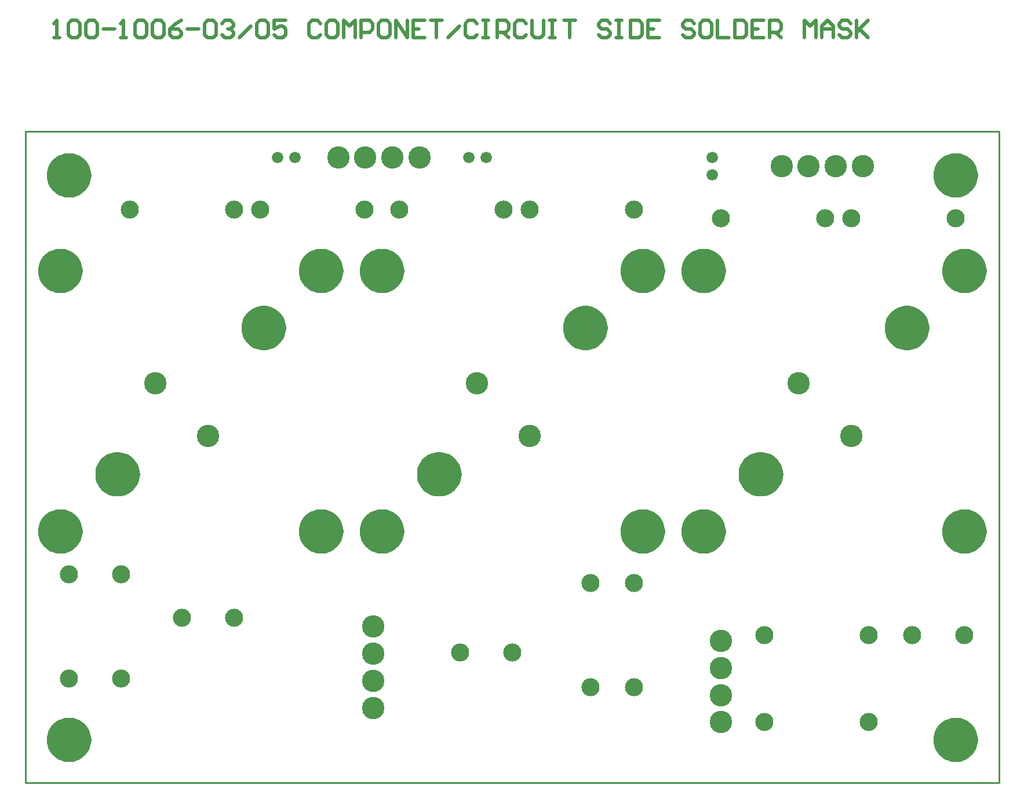
<source format=gbs>
*%FSLAX23Y23*%
*%MOIN*%
G01*
%ADD11C,0.006*%
%ADD12C,0.007*%
%ADD13C,0.010*%
%ADD14C,0.012*%
%ADD15C,0.020*%
%ADD16C,0.036*%
%ADD17C,0.055*%
%ADD18C,0.056*%
%ADD19C,0.062*%
%ADD20C,0.066*%
%ADD21C,0.070*%
%ADD22C,0.075*%
%ADD23C,0.090*%
%ADD24C,0.100*%
%ADD25C,0.100*%
%ADD26C,0.104*%
%ADD27C,0.125*%
%ADD28C,0.129*%
%ADD29C,0.140*%
%ADD30C,0.160*%
%ADD31C,0.250*%
%ADD32C,0.250*%
D13*
X6828Y5929D02*
X12428D01*
Y9679D01*
X6828D01*
Y5929D01*
D15*
X6993Y10219D02*
X7026D01*
X7010D01*
Y10319D01*
X7011D01*
X7010D02*
X6993Y10302D01*
X7076D02*
X7093Y10319D01*
X7126D01*
X7143Y10302D01*
Y10236D01*
X7126Y10219D01*
X7093D01*
X7076Y10236D01*
Y10302D01*
X7176D02*
X7193Y10319D01*
X7226D01*
X7243Y10302D01*
Y10236D01*
X7226Y10219D01*
X7193D01*
X7176Y10236D01*
Y10302D01*
X7276Y10269D02*
X7343D01*
X7376Y10219D02*
X7410D01*
X7393D01*
Y10319D01*
X7394D01*
X7393D02*
X7376Y10302D01*
X7460D02*
X7476Y10319D01*
X7510D01*
X7526Y10302D01*
Y10236D01*
X7510Y10219D01*
X7476D01*
X7460Y10236D01*
Y10302D01*
X7559D02*
X7576Y10319D01*
X7609D01*
X7626Y10302D01*
Y10236D01*
X7609Y10219D01*
X7576D01*
X7559Y10236D01*
Y10302D01*
X7693D02*
X7726Y10319D01*
X7693Y10302D02*
X7659Y10269D01*
Y10236D01*
X7676Y10219D01*
X7709D01*
X7726Y10236D01*
Y10252D01*
X7709Y10269D01*
X7659D01*
X7759D02*
X7826D01*
X7859Y10302D02*
X7876Y10319D01*
X7909D01*
X7926Y10302D01*
Y10236D01*
X7909Y10219D01*
X7876D01*
X7859Y10236D01*
Y10302D01*
X7959D02*
X7976Y10319D01*
X8009D01*
X8026Y10302D01*
Y10286D01*
X8027D01*
X8026D02*
X8027D01*
X8026D02*
X8027D01*
X8026D02*
X8009Y10269D01*
X7993D01*
X8009D01*
X8026Y10252D01*
Y10236D01*
X8009Y10219D01*
X7976D01*
X7959Y10236D01*
X8059Y10219D02*
X8126Y10286D01*
X8159Y10302D02*
X8176Y10319D01*
X8209D01*
X8226Y10302D01*
Y10236D01*
X8209Y10219D01*
X8176D01*
X8159Y10236D01*
Y10302D01*
X8259Y10319D02*
X8326D01*
X8259D02*
Y10269D01*
X8293Y10286D01*
X8309D01*
X8326Y10269D01*
Y10236D01*
X8309Y10219D01*
X8276D01*
X8259Y10236D01*
X8509Y10319D02*
X8526Y10302D01*
X8509Y10319D02*
X8476D01*
X8459Y10302D01*
Y10236D01*
X8476Y10219D01*
X8509D01*
X8526Y10236D01*
X8576Y10319D02*
X8609D01*
X8576D02*
X8559Y10302D01*
Y10236D01*
X8576Y10219D01*
X8609D01*
X8626Y10236D01*
Y10302D01*
X8609Y10319D01*
X8659D02*
Y10219D01*
X8692Y10286D02*
X8659Y10319D01*
X8692Y10286D02*
X8726Y10319D01*
Y10219D01*
X8759D02*
Y10319D01*
X8809D01*
X8826Y10302D01*
Y10269D01*
X8809Y10252D01*
X8759D01*
X8876Y10319D02*
X8909D01*
X8876D02*
X8859Y10302D01*
Y10236D01*
X8876Y10219D01*
X8909D01*
X8926Y10236D01*
Y10302D01*
X8909Y10319D01*
X8959D02*
Y10219D01*
X9026D02*
X8959Y10319D01*
X9026D02*
Y10219D01*
X9059Y10319D02*
X9126D01*
X9059D02*
Y10219D01*
X9126D01*
X9092Y10269D02*
X9059D01*
X9159Y10319D02*
X9226D01*
X9192D01*
Y10219D01*
X9259D02*
X9326Y10286D01*
X9409Y10319D02*
X9426Y10302D01*
X9409Y10319D02*
X9376D01*
X9359Y10302D01*
Y10236D01*
X9376Y10219D01*
X9409D01*
X9426Y10236D01*
X9459Y10319D02*
X9492D01*
X9476D01*
Y10219D01*
X9459D01*
X9492D01*
X9542D02*
Y10319D01*
X9592D01*
X9609Y10302D01*
Y10269D01*
X9592Y10252D01*
X9542D01*
X9575D02*
X9609Y10219D01*
X9709Y10302D02*
X9692Y10319D01*
X9659D01*
X9642Y10302D01*
Y10236D01*
X9659Y10219D01*
X9692D01*
X9709Y10236D01*
X9742D02*
Y10319D01*
Y10236D02*
X9759Y10219D01*
X9792D01*
X9809Y10236D01*
Y10319D01*
X9842D02*
X9875D01*
X9859D01*
Y10219D01*
X9842D01*
X9875D01*
X9925Y10319D02*
X9992D01*
X9959D01*
Y10219D01*
X10175Y10319D02*
X10192Y10302D01*
X10175Y10319D02*
X10142D01*
X10125Y10302D01*
Y10286D01*
X10142Y10269D01*
X10175D01*
X10192Y10252D01*
Y10236D01*
X10175Y10219D01*
X10142D01*
X10125Y10236D01*
X10225Y10319D02*
X10259D01*
X10242D01*
Y10219D01*
X10225D01*
X10259D01*
X10309D02*
Y10319D01*
Y10219D02*
X10359D01*
X10375Y10236D01*
Y10302D01*
X10359Y10319D01*
X10309D01*
X10409D02*
X10475D01*
X10409D02*
Y10219D01*
X10475D01*
X10442Y10269D02*
X10409D01*
X10658Y10319D02*
X10675Y10302D01*
X10658Y10319D02*
X10625D01*
X10608Y10302D01*
Y10286D01*
X10625Y10269D01*
X10658D01*
X10675Y10252D01*
Y10236D01*
X10658Y10219D01*
X10625D01*
X10608Y10236D01*
X10725Y10319D02*
X10758D01*
X10725D02*
X10708Y10302D01*
Y10236D01*
X10725Y10219D01*
X10758D01*
X10775Y10236D01*
Y10302D01*
X10758Y10319D01*
X10808D02*
Y10219D01*
X10875D01*
X10908D02*
Y10319D01*
Y10219D02*
X10958D01*
X10975Y10236D01*
Y10302D01*
X10958Y10319D01*
X10908D01*
X11008D02*
X11075D01*
X11008D02*
Y10219D01*
X11075D01*
X11042Y10269D02*
X11008D01*
X11108Y10219D02*
Y10319D01*
X11158D01*
X11175Y10302D01*
Y10269D01*
X11158Y10252D01*
X11108D01*
X11142D02*
X11175Y10219D01*
X11308D02*
Y10319D01*
X11342Y10286D01*
X11375Y10319D01*
Y10219D01*
X11408D02*
Y10286D01*
X11442Y10319D01*
X11475Y10286D01*
Y10219D01*
Y10269D01*
X11408D01*
X11558Y10319D02*
X11575Y10302D01*
X11558Y10319D02*
X11525D01*
X11508Y10302D01*
Y10286D01*
X11525Y10269D01*
X11558D01*
X11575Y10252D01*
Y10236D01*
X11558Y10219D01*
X11525D01*
X11508Y10236D01*
X11608Y10219D02*
Y10319D01*
Y10252D02*
Y10219D01*
Y10252D02*
X11675Y10319D01*
X11625Y10269D01*
X11675Y10219D01*
D20*
X8378Y9529D02*
D03*
X8278D02*
D03*
X9478D02*
D03*
X9378D02*
D03*
X10778D02*
D03*
Y9429D02*
D03*
D22*
X12088D02*
X12090D01*
X12088D02*
X12090Y9416D01*
X12092Y9403D01*
X12097Y9390D01*
X12104Y9379D01*
X12112Y9368D01*
X12122Y9359D01*
X12133Y9351D01*
X12145Y9346D01*
X12158Y9342D01*
X12171Y9340D01*
X12185D01*
X12198Y9342D01*
X12211Y9346D01*
X12223Y9351D01*
X12234Y9359D01*
X12244Y9368D01*
X12252Y9379D01*
X12259Y9390D01*
X12264Y9403D01*
X12266Y9416D01*
X12268Y9429D01*
X12268D01*
X12268D02*
X12266Y9442D01*
X12264Y9455D01*
X12259Y9468D01*
X12252Y9479D01*
X12244Y9490D01*
X12234Y9499D01*
X12223Y9507D01*
X12211Y9512D01*
X12198Y9516D01*
X12185Y9518D01*
X12171D01*
X12158Y9516D01*
X12145Y9512D01*
X12133Y9507D01*
X12122Y9499D01*
X12112Y9490D01*
X12104Y9479D01*
X12097Y9468D01*
X12092Y9455D01*
X12090Y9442D01*
X12088Y9429D01*
X12162D02*
X12162D01*
X12162D02*
X12162Y9423D01*
X12165Y9418D01*
X12170Y9415D01*
X12175Y9413D01*
X12181D01*
X12186Y9415D01*
X12191Y9418D01*
X12194Y9423D01*
X12194Y9429D01*
X12196D01*
X12194D02*
X12194Y9435D01*
X12191Y9440D01*
X12186Y9443D01*
X12181Y9445D01*
X12175D01*
X12170Y9443D01*
X12165Y9440D01*
X12162Y9435D01*
X12162Y9429D01*
X12088Y6179D02*
X12090D01*
X12088D02*
X12090Y6166D01*
X12092Y6153D01*
X12097Y6140D01*
X12104Y6129D01*
X12112Y6118D01*
X12122Y6109D01*
X12133Y6101D01*
X12145Y6096D01*
X12158Y6092D01*
X12171Y6090D01*
X12185D01*
X12198Y6092D01*
X12211Y6096D01*
X12223Y6101D01*
X12234Y6109D01*
X12244Y6118D01*
X12252Y6129D01*
X12259Y6140D01*
X12264Y6153D01*
X12266Y6166D01*
X12268Y6179D01*
X12268D01*
X12268D02*
X12266Y6192D01*
X12264Y6205D01*
X12259Y6218D01*
X12252Y6229D01*
X12244Y6240D01*
X12234Y6249D01*
X12223Y6257D01*
X12211Y6262D01*
X12198Y6266D01*
X12185Y6268D01*
X12171D01*
X12158Y6266D01*
X12145Y6262D01*
X12133Y6257D01*
X12122Y6249D01*
X12112Y6240D01*
X12104Y6229D01*
X12097Y6218D01*
X12092Y6205D01*
X12090Y6192D01*
X12088Y6179D01*
X12162D02*
X12162D01*
X12162D02*
X12162Y6173D01*
X12165Y6168D01*
X12170Y6165D01*
X12175Y6163D01*
X12181D01*
X12186Y6165D01*
X12191Y6168D01*
X12194Y6173D01*
X12194Y6179D01*
X12196D01*
X12194D02*
X12194Y6185D01*
X12191Y6190D01*
X12186Y6193D01*
X12181Y6195D01*
X12175D01*
X12170Y6193D01*
X12165Y6190D01*
X12162Y6185D01*
X12162Y6179D01*
X6988Y9429D02*
X6990D01*
X6988D02*
X6990Y9416D01*
X6992Y9403D01*
X6997Y9390D01*
X7004Y9379D01*
X7012Y9368D01*
X7022Y9359D01*
X7033Y9351D01*
X7045Y9346D01*
X7058Y9342D01*
X7071Y9340D01*
X7085D01*
X7098Y9342D01*
X7111Y9346D01*
X7123Y9351D01*
X7134Y9359D01*
X7144Y9368D01*
X7152Y9379D01*
X7159Y9390D01*
X7164Y9403D01*
X7166Y9416D01*
X7168Y9429D01*
X7168D01*
X7168D02*
X7166Y9442D01*
X7164Y9455D01*
X7159Y9468D01*
X7152Y9479D01*
X7144Y9490D01*
X7134Y9499D01*
X7123Y9507D01*
X7111Y9512D01*
X7098Y9516D01*
X7085Y9518D01*
X7071D01*
X7058Y9516D01*
X7045Y9512D01*
X7033Y9507D01*
X7022Y9499D01*
X7012Y9490D01*
X7004Y9479D01*
X6997Y9468D01*
X6992Y9455D01*
X6990Y9442D01*
X6988Y9429D01*
X7062D02*
X7062D01*
X7062D02*
X7062Y9423D01*
X7065Y9418D01*
X7070Y9415D01*
X7075Y9413D01*
X7081D01*
X7086Y9415D01*
X7091Y9418D01*
X7094Y9423D01*
X7094Y9429D01*
X7096D01*
X7094D02*
X7094Y9435D01*
X7091Y9440D01*
X7086Y9443D01*
X7081Y9445D01*
X7075D01*
X7070Y9443D01*
X7065Y9440D01*
X7062Y9435D01*
X7062Y9429D01*
X6988Y6179D02*
X6990D01*
X6988D02*
X6990Y6166D01*
X6992Y6153D01*
X6997Y6140D01*
X7004Y6129D01*
X7012Y6118D01*
X7022Y6109D01*
X7033Y6101D01*
X7045Y6096D01*
X7058Y6092D01*
X7071Y6090D01*
X7085D01*
X7098Y6092D01*
X7111Y6096D01*
X7123Y6101D01*
X7134Y6109D01*
X7144Y6118D01*
X7152Y6129D01*
X7159Y6140D01*
X7164Y6153D01*
X7166Y6166D01*
X7168Y6179D01*
X7168D01*
X7168D02*
X7166Y6192D01*
X7164Y6205D01*
X7159Y6218D01*
X7152Y6229D01*
X7144Y6240D01*
X7134Y6249D01*
X7123Y6257D01*
X7111Y6262D01*
X7098Y6266D01*
X7085Y6268D01*
X7071D01*
X7058Y6266D01*
X7045Y6262D01*
X7033Y6257D01*
X7022Y6249D01*
X7012Y6240D01*
X7004Y6229D01*
X6997Y6218D01*
X6992Y6205D01*
X6990Y6192D01*
X6988Y6179D01*
X7062D02*
X7062D01*
X7062D02*
X7062Y6173D01*
X7065Y6168D01*
X7070Y6165D01*
X7075Y6163D01*
X7081D01*
X7086Y6165D01*
X7091Y6168D01*
X7094Y6173D01*
X7094Y6179D01*
X7096D01*
X7094D02*
X7094Y6185D01*
X7091Y6190D01*
X7086Y6193D01*
X7081Y6195D01*
X7075D01*
X7070Y6193D01*
X7065Y6190D01*
X7062Y6185D01*
X7062Y6179D01*
X8438Y7379D02*
X8440D01*
X8438D02*
X8440Y7366D01*
X8442Y7353D01*
X8447Y7340D01*
X8454Y7329D01*
X8462Y7318D01*
X8472Y7309D01*
X8483Y7301D01*
X8495Y7296D01*
X8508Y7292D01*
X8521Y7290D01*
X8535D01*
X8548Y7292D01*
X8561Y7296D01*
X8573Y7301D01*
X8584Y7309D01*
X8594Y7318D01*
X8602Y7329D01*
X8609Y7340D01*
X8614Y7353D01*
X8616Y7366D01*
X8618Y7379D01*
X8618D01*
X8618D02*
X8616Y7392D01*
X8614Y7405D01*
X8609Y7418D01*
X8602Y7429D01*
X8594Y7440D01*
X8584Y7449D01*
X8573Y7457D01*
X8561Y7462D01*
X8548Y7466D01*
X8535Y7468D01*
X8521D01*
X8508Y7466D01*
X8495Y7462D01*
X8483Y7457D01*
X8472Y7449D01*
X8462Y7440D01*
X8454Y7429D01*
X8447Y7418D01*
X8442Y7405D01*
X8440Y7392D01*
X8438Y7379D01*
X8512D02*
X8512D01*
X8512D02*
X8512Y7373D01*
X8515Y7368D01*
X8520Y7365D01*
X8525Y7363D01*
X8531D01*
X8536Y7365D01*
X8541Y7368D01*
X8544Y7373D01*
X8544Y7379D01*
X8546D01*
X8544D02*
X8544Y7385D01*
X8541Y7390D01*
X8536Y7393D01*
X8531Y7395D01*
X8525D01*
X8520Y7393D01*
X8515Y7390D01*
X8512Y7385D01*
X8512Y7379D01*
X8438Y8879D02*
X8440D01*
X8438D02*
X8440Y8866D01*
X8442Y8853D01*
X8447Y8840D01*
X8454Y8829D01*
X8462Y8818D01*
X8472Y8809D01*
X8483Y8801D01*
X8495Y8796D01*
X8508Y8792D01*
X8521Y8790D01*
X8535D01*
X8548Y8792D01*
X8561Y8796D01*
X8573Y8801D01*
X8584Y8809D01*
X8594Y8818D01*
X8602Y8829D01*
X8609Y8840D01*
X8614Y8853D01*
X8616Y8866D01*
X8618Y8879D01*
X8618D01*
X8618D02*
X8616Y8892D01*
X8614Y8905D01*
X8609Y8918D01*
X8602Y8929D01*
X8594Y8940D01*
X8584Y8949D01*
X8573Y8957D01*
X8561Y8962D01*
X8548Y8966D01*
X8535Y8968D01*
X8521D01*
X8508Y8966D01*
X8495Y8962D01*
X8483Y8957D01*
X8472Y8949D01*
X8462Y8940D01*
X8454Y8929D01*
X8447Y8918D01*
X8442Y8905D01*
X8440Y8892D01*
X8438Y8879D01*
X8512D02*
X8512D01*
X8512D02*
X8512Y8873D01*
X8515Y8868D01*
X8520Y8865D01*
X8525Y8863D01*
X8531D01*
X8536Y8865D01*
X8541Y8868D01*
X8544Y8873D01*
X8544Y8879D01*
X8546D01*
X8544D02*
X8544Y8885D01*
X8541Y8890D01*
X8536Y8893D01*
X8531Y8895D01*
X8525D01*
X8520Y8893D01*
X8515Y8890D01*
X8512Y8885D01*
X8512Y8879D01*
X6938D02*
X6940D01*
X6938D02*
X6940Y8866D01*
X6942Y8853D01*
X6947Y8840D01*
X6954Y8829D01*
X6962Y8818D01*
X6972Y8809D01*
X6983Y8801D01*
X6995Y8796D01*
X7008Y8792D01*
X7021Y8790D01*
X7035D01*
X7048Y8792D01*
X7061Y8796D01*
X7073Y8801D01*
X7084Y8809D01*
X7094Y8818D01*
X7102Y8829D01*
X7109Y8840D01*
X7114Y8853D01*
X7116Y8866D01*
X7118Y8879D01*
X7118D01*
X7118D02*
X7116Y8892D01*
X7114Y8905D01*
X7109Y8918D01*
X7102Y8929D01*
X7094Y8940D01*
X7084Y8949D01*
X7073Y8957D01*
X7061Y8962D01*
X7048Y8966D01*
X7035Y8968D01*
X7021D01*
X7008Y8966D01*
X6995Y8962D01*
X6983Y8957D01*
X6972Y8949D01*
X6962Y8940D01*
X6954Y8929D01*
X6947Y8918D01*
X6942Y8905D01*
X6940Y8892D01*
X6938Y8879D01*
X7012D02*
X7012D01*
X7012D02*
X7012Y8873D01*
X7015Y8868D01*
X7020Y8865D01*
X7025Y8863D01*
X7031D01*
X7036Y8865D01*
X7041Y8868D01*
X7044Y8873D01*
X7044Y8879D01*
X7046D01*
X7044D02*
X7044Y8885D01*
X7041Y8890D01*
X7036Y8893D01*
X7031Y8895D01*
X7025D01*
X7020Y8893D01*
X7015Y8890D01*
X7012Y8885D01*
X7012Y8879D01*
X6938Y7379D02*
X6940D01*
X6938D02*
X6940Y7366D01*
X6942Y7353D01*
X6947Y7340D01*
X6954Y7329D01*
X6962Y7318D01*
X6972Y7309D01*
X6983Y7301D01*
X6995Y7296D01*
X7008Y7292D01*
X7021Y7290D01*
X7035D01*
X7048Y7292D01*
X7061Y7296D01*
X7073Y7301D01*
X7084Y7309D01*
X7094Y7318D01*
X7102Y7329D01*
X7109Y7340D01*
X7114Y7353D01*
X7116Y7366D01*
X7118Y7379D01*
X7118D01*
X7118D02*
X7116Y7392D01*
X7114Y7405D01*
X7109Y7418D01*
X7102Y7429D01*
X7094Y7440D01*
X7084Y7449D01*
X7073Y7457D01*
X7061Y7462D01*
X7048Y7466D01*
X7035Y7468D01*
X7021D01*
X7008Y7466D01*
X6995Y7462D01*
X6983Y7457D01*
X6972Y7449D01*
X6962Y7440D01*
X6954Y7429D01*
X6947Y7418D01*
X6942Y7405D01*
X6940Y7392D01*
X6938Y7379D01*
X7012D02*
X7012D01*
X7012D02*
X7012Y7373D01*
X7015Y7368D01*
X7020Y7365D01*
X7025Y7363D01*
X7031D01*
X7036Y7365D01*
X7041Y7368D01*
X7044Y7373D01*
X7044Y7379D01*
X7046D01*
X7044D02*
X7044Y7385D01*
X7041Y7390D01*
X7036Y7393D01*
X7031Y7395D01*
X7025D01*
X7020Y7393D01*
X7015Y7390D01*
X7012Y7385D01*
X7012Y7379D01*
X8108Y8550D02*
X8110D01*
X8108D02*
X8110Y8537D01*
X8112Y8524D01*
X8117Y8511D01*
X8124Y8500D01*
X8132Y8489D01*
X8142Y8480D01*
X8153Y8472D01*
X8165Y8467D01*
X8178Y8463D01*
X8191Y8461D01*
X8205D01*
X8218Y8463D01*
X8231Y8467D01*
X8243Y8472D01*
X8254Y8480D01*
X8264Y8489D01*
X8272Y8500D01*
X8279Y8511D01*
X8284Y8524D01*
X8286Y8537D01*
X8288Y8550D01*
X8288D01*
X8288D02*
X8286Y8563D01*
X8284Y8576D01*
X8279Y8589D01*
X8272Y8600D01*
X8264Y8611D01*
X8254Y8620D01*
X8243Y8628D01*
X8231Y8633D01*
X8218Y8637D01*
X8205Y8639D01*
X8191D01*
X8178Y8637D01*
X8165Y8633D01*
X8153Y8628D01*
X8142Y8620D01*
X8132Y8611D01*
X8124Y8600D01*
X8117Y8589D01*
X8112Y8576D01*
X8110Y8563D01*
X8108Y8550D01*
X8182D02*
X8182D01*
X8182D02*
X8182Y8544D01*
X8185Y8539D01*
X8190Y8536D01*
X8195Y8534D01*
X8201D01*
X8206Y8536D01*
X8211Y8539D01*
X8214Y8544D01*
X8214Y8550D01*
X8216D01*
X8214D02*
X8214Y8556D01*
X8211Y8561D01*
X8206Y8564D01*
X8201Y8566D01*
X8195D01*
X8190Y8564D01*
X8185Y8561D01*
X8182Y8556D01*
X8182Y8550D01*
X7268Y7708D02*
X7268D01*
X7268D02*
X7268Y7695D01*
X7271Y7682D01*
X7276Y7669D01*
X7283Y7658D01*
X7291Y7647D01*
X7301Y7638D01*
X7312Y7630D01*
X7324Y7625D01*
X7337Y7621D01*
X7350Y7619D01*
X7364D01*
X7377Y7621D01*
X7390Y7625D01*
X7402Y7630D01*
X7413Y7638D01*
X7423Y7647D01*
X7431Y7658D01*
X7438Y7669D01*
X7443Y7682D01*
X7446Y7695D01*
X7446Y7708D01*
X7448D01*
X7446D02*
X7446Y7721D01*
X7443Y7734D01*
X7438Y7747D01*
X7431Y7758D01*
X7423Y7769D01*
X7413Y7778D01*
X7402Y7786D01*
X7390Y7791D01*
X7377Y7795D01*
X7364Y7797D01*
X7350D01*
X7337Y7795D01*
X7324Y7791D01*
X7312Y7786D01*
X7301Y7778D01*
X7291Y7769D01*
X7283Y7758D01*
X7276Y7747D01*
X7271Y7734D01*
X7268Y7721D01*
X7268Y7708D01*
X7340D02*
X7342D01*
X7340D02*
X7341Y7702D01*
X7344Y7697D01*
X7349Y7694D01*
X7354Y7692D01*
X7360D01*
X7365Y7694D01*
X7370Y7697D01*
X7373Y7702D01*
X7374Y7708D01*
X7374D01*
X7374D02*
X7373Y7714D01*
X7370Y7719D01*
X7365Y7722D01*
X7360Y7724D01*
X7354D01*
X7349Y7722D01*
X7344Y7719D01*
X7341Y7714D01*
X7340Y7708D01*
X10288Y7379D02*
X10290D01*
X10288D02*
X10290Y7366D01*
X10292Y7353D01*
X10297Y7340D01*
X10304Y7329D01*
X10312Y7318D01*
X10322Y7309D01*
X10333Y7301D01*
X10345Y7296D01*
X10358Y7292D01*
X10371Y7290D01*
X10385D01*
X10398Y7292D01*
X10411Y7296D01*
X10423Y7301D01*
X10434Y7309D01*
X10444Y7318D01*
X10452Y7329D01*
X10459Y7340D01*
X10464Y7353D01*
X10466Y7366D01*
X10468Y7379D01*
X10468D01*
X10468D02*
X10466Y7392D01*
X10464Y7405D01*
X10459Y7418D01*
X10452Y7429D01*
X10444Y7440D01*
X10434Y7449D01*
X10423Y7457D01*
X10411Y7462D01*
X10398Y7466D01*
X10385Y7468D01*
X10371D01*
X10358Y7466D01*
X10345Y7462D01*
X10333Y7457D01*
X10322Y7449D01*
X10312Y7440D01*
X10304Y7429D01*
X10297Y7418D01*
X10292Y7405D01*
X10290Y7392D01*
X10288Y7379D01*
X10362D02*
X10362D01*
X10362D02*
X10362Y7373D01*
X10365Y7368D01*
X10370Y7365D01*
X10375Y7363D01*
X10381D01*
X10386Y7365D01*
X10391Y7368D01*
X10394Y7373D01*
X10394Y7379D01*
X10396D01*
X10394D02*
X10394Y7385D01*
X10391Y7390D01*
X10386Y7393D01*
X10381Y7395D01*
X10375D01*
X10370Y7393D01*
X10365Y7390D01*
X10362Y7385D01*
X10362Y7379D01*
X10288Y8879D02*
X10290D01*
X10288D02*
X10290Y8866D01*
X10292Y8853D01*
X10297Y8840D01*
X10304Y8829D01*
X10312Y8818D01*
X10322Y8809D01*
X10333Y8801D01*
X10345Y8796D01*
X10358Y8792D01*
X10371Y8790D01*
X10385D01*
X10398Y8792D01*
X10411Y8796D01*
X10423Y8801D01*
X10434Y8809D01*
X10444Y8818D01*
X10452Y8829D01*
X10459Y8840D01*
X10464Y8853D01*
X10466Y8866D01*
X10468Y8879D01*
X10468D01*
X10468D02*
X10466Y8892D01*
X10464Y8905D01*
X10459Y8918D01*
X10452Y8929D01*
X10444Y8940D01*
X10434Y8949D01*
X10423Y8957D01*
X10411Y8962D01*
X10398Y8966D01*
X10385Y8968D01*
X10371D01*
X10358Y8966D01*
X10345Y8962D01*
X10333Y8957D01*
X10322Y8949D01*
X10312Y8940D01*
X10304Y8929D01*
X10297Y8918D01*
X10292Y8905D01*
X10290Y8892D01*
X10288Y8879D01*
X10362D02*
X10362D01*
X10362D02*
X10362Y8873D01*
X10365Y8868D01*
X10370Y8865D01*
X10375Y8863D01*
X10381D01*
X10386Y8865D01*
X10391Y8868D01*
X10394Y8873D01*
X10394Y8879D01*
X10396D01*
X10394D02*
X10394Y8885D01*
X10391Y8890D01*
X10386Y8893D01*
X10381Y8895D01*
X10375D01*
X10370Y8893D01*
X10365Y8890D01*
X10362Y8885D01*
X10362Y8879D01*
X8788D02*
X8790D01*
X8788D02*
X8790Y8866D01*
X8792Y8853D01*
X8797Y8840D01*
X8804Y8829D01*
X8812Y8818D01*
X8822Y8809D01*
X8833Y8801D01*
X8845Y8796D01*
X8858Y8792D01*
X8871Y8790D01*
X8885D01*
X8898Y8792D01*
X8911Y8796D01*
X8923Y8801D01*
X8934Y8809D01*
X8944Y8818D01*
X8952Y8829D01*
X8959Y8840D01*
X8964Y8853D01*
X8966Y8866D01*
X8968Y8879D01*
X8968D01*
X8968D02*
X8966Y8892D01*
X8964Y8905D01*
X8959Y8918D01*
X8952Y8929D01*
X8944Y8940D01*
X8934Y8949D01*
X8923Y8957D01*
X8911Y8962D01*
X8898Y8966D01*
X8885Y8968D01*
X8871D01*
X8858Y8966D01*
X8845Y8962D01*
X8833Y8957D01*
X8822Y8949D01*
X8812Y8940D01*
X8804Y8929D01*
X8797Y8918D01*
X8792Y8905D01*
X8790Y8892D01*
X8788Y8879D01*
X8862D02*
X8862D01*
X8862D02*
X8862Y8873D01*
X8865Y8868D01*
X8870Y8865D01*
X8875Y8863D01*
X8881D01*
X8886Y8865D01*
X8891Y8868D01*
X8894Y8873D01*
X8894Y8879D01*
X8896D01*
X8894D02*
X8894Y8885D01*
X8891Y8890D01*
X8886Y8893D01*
X8881Y8895D01*
X8875D01*
X8870Y8893D01*
X8865Y8890D01*
X8862Y8885D01*
X8862Y8879D01*
X8788Y7379D02*
X8790D01*
X8788D02*
X8790Y7366D01*
X8792Y7353D01*
X8797Y7340D01*
X8804Y7329D01*
X8812Y7318D01*
X8822Y7309D01*
X8833Y7301D01*
X8845Y7296D01*
X8858Y7292D01*
X8871Y7290D01*
X8885D01*
X8898Y7292D01*
X8911Y7296D01*
X8923Y7301D01*
X8934Y7309D01*
X8944Y7318D01*
X8952Y7329D01*
X8959Y7340D01*
X8964Y7353D01*
X8966Y7366D01*
X8968Y7379D01*
X8968D01*
X8968D02*
X8966Y7392D01*
X8964Y7405D01*
X8959Y7418D01*
X8952Y7429D01*
X8944Y7440D01*
X8934Y7449D01*
X8923Y7457D01*
X8911Y7462D01*
X8898Y7466D01*
X8885Y7468D01*
X8871D01*
X8858Y7466D01*
X8845Y7462D01*
X8833Y7457D01*
X8822Y7449D01*
X8812Y7440D01*
X8804Y7429D01*
X8797Y7418D01*
X8792Y7405D01*
X8790Y7392D01*
X8788Y7379D01*
X8862D02*
X8862D01*
X8862D02*
X8862Y7373D01*
X8865Y7368D01*
X8870Y7365D01*
X8875Y7363D01*
X8881D01*
X8886Y7365D01*
X8891Y7368D01*
X8894Y7373D01*
X8894Y7379D01*
X8896D01*
X8894D02*
X8894Y7385D01*
X8891Y7390D01*
X8886Y7393D01*
X8881Y7395D01*
X8875D01*
X8870Y7393D01*
X8865Y7390D01*
X8862Y7385D01*
X8862Y7379D01*
X9118Y7708D02*
X9118D01*
X9118D02*
X9118Y7695D01*
X9121Y7682D01*
X9126Y7669D01*
X9133Y7658D01*
X9141Y7647D01*
X9151Y7638D01*
X9162Y7630D01*
X9174Y7625D01*
X9187Y7621D01*
X9200Y7619D01*
X9214D01*
X9227Y7621D01*
X9240Y7625D01*
X9252Y7630D01*
X9263Y7638D01*
X9273Y7647D01*
X9281Y7658D01*
X9288Y7669D01*
X9293Y7682D01*
X9296Y7695D01*
X9296Y7708D01*
X9298D01*
X9296D02*
X9296Y7721D01*
X9293Y7734D01*
X9288Y7747D01*
X9281Y7758D01*
X9273Y7769D01*
X9263Y7778D01*
X9252Y7786D01*
X9240Y7791D01*
X9227Y7795D01*
X9214Y7797D01*
X9200D01*
X9187Y7795D01*
X9174Y7791D01*
X9162Y7786D01*
X9151Y7778D01*
X9141Y7769D01*
X9133Y7758D01*
X9126Y7747D01*
X9121Y7734D01*
X9118Y7721D01*
X9118Y7708D01*
X9190D02*
X9192D01*
X9190D02*
X9191Y7702D01*
X9194Y7697D01*
X9199Y7694D01*
X9204Y7692D01*
X9210D01*
X9215Y7694D01*
X9220Y7697D01*
X9223Y7702D01*
X9224Y7708D01*
X9224D01*
X9224D02*
X9223Y7714D01*
X9220Y7719D01*
X9215Y7722D01*
X9210Y7724D01*
X9204D01*
X9199Y7722D01*
X9194Y7719D01*
X9191Y7714D01*
X9190Y7708D01*
X9958Y8550D02*
X9960D01*
X9958D02*
X9960Y8537D01*
X9962Y8524D01*
X9967Y8511D01*
X9974Y8500D01*
X9982Y8489D01*
X9992Y8480D01*
X10003Y8472D01*
X10015Y8467D01*
X10028Y8463D01*
X10041Y8461D01*
X10055D01*
X10068Y8463D01*
X10081Y8467D01*
X10093Y8472D01*
X10104Y8480D01*
X10114Y8489D01*
X10122Y8500D01*
X10129Y8511D01*
X10134Y8524D01*
X10136Y8537D01*
X10138Y8550D01*
X10138D01*
X10138D02*
X10136Y8563D01*
X10134Y8576D01*
X10129Y8589D01*
X10122Y8600D01*
X10114Y8611D01*
X10104Y8620D01*
X10093Y8628D01*
X10081Y8633D01*
X10068Y8637D01*
X10055Y8639D01*
X10041D01*
X10028Y8637D01*
X10015Y8633D01*
X10003Y8628D01*
X9992Y8620D01*
X9982Y8611D01*
X9974Y8600D01*
X9967Y8589D01*
X9962Y8576D01*
X9960Y8563D01*
X9958Y8550D01*
X10032D02*
X10032D01*
X10032D02*
X10032Y8544D01*
X10035Y8539D01*
X10040Y8536D01*
X10045Y8534D01*
X10051D01*
X10056Y8536D01*
X10061Y8539D01*
X10064Y8544D01*
X10064Y8550D01*
X10066D01*
X10064D02*
X10064Y8556D01*
X10061Y8561D01*
X10056Y8564D01*
X10051Y8566D01*
X10045D01*
X10040Y8564D01*
X10035Y8561D01*
X10032Y8556D01*
X10032Y8550D01*
X12138Y7379D02*
X12140D01*
X12138D02*
X12140Y7366D01*
X12142Y7353D01*
X12147Y7340D01*
X12154Y7329D01*
X12162Y7318D01*
X12172Y7309D01*
X12183Y7301D01*
X12195Y7296D01*
X12208Y7292D01*
X12221Y7290D01*
X12235D01*
X12248Y7292D01*
X12261Y7296D01*
X12273Y7301D01*
X12284Y7309D01*
X12294Y7318D01*
X12302Y7329D01*
X12309Y7340D01*
X12314Y7353D01*
X12316Y7366D01*
X12318Y7379D01*
X12318D01*
X12318D02*
X12316Y7392D01*
X12314Y7405D01*
X12309Y7418D01*
X12302Y7429D01*
X12294Y7440D01*
X12284Y7449D01*
X12273Y7457D01*
X12261Y7462D01*
X12248Y7466D01*
X12235Y7468D01*
X12221D01*
X12208Y7466D01*
X12195Y7462D01*
X12183Y7457D01*
X12172Y7449D01*
X12162Y7440D01*
X12154Y7429D01*
X12147Y7418D01*
X12142Y7405D01*
X12140Y7392D01*
X12138Y7379D01*
X12212D02*
X12212D01*
X12212D02*
X12212Y7373D01*
X12215Y7368D01*
X12220Y7365D01*
X12225Y7363D01*
X12231D01*
X12236Y7365D01*
X12241Y7368D01*
X12244Y7373D01*
X12244Y7379D01*
X12246D01*
X12244D02*
X12244Y7385D01*
X12241Y7390D01*
X12236Y7393D01*
X12231Y7395D01*
X12225D01*
X12220Y7393D01*
X12215Y7390D01*
X12212Y7385D01*
X12212Y7379D01*
X12138Y8879D02*
X12140D01*
X12138D02*
X12140Y8866D01*
X12142Y8853D01*
X12147Y8840D01*
X12154Y8829D01*
X12162Y8818D01*
X12172Y8809D01*
X12183Y8801D01*
X12195Y8796D01*
X12208Y8792D01*
X12221Y8790D01*
X12235D01*
X12248Y8792D01*
X12261Y8796D01*
X12273Y8801D01*
X12284Y8809D01*
X12294Y8818D01*
X12302Y8829D01*
X12309Y8840D01*
X12314Y8853D01*
X12316Y8866D01*
X12318Y8879D01*
X12318D01*
X12318D02*
X12316Y8892D01*
X12314Y8905D01*
X12309Y8918D01*
X12302Y8929D01*
X12294Y8940D01*
X12284Y8949D01*
X12273Y8957D01*
X12261Y8962D01*
X12248Y8966D01*
X12235Y8968D01*
X12221D01*
X12208Y8966D01*
X12195Y8962D01*
X12183Y8957D01*
X12172Y8949D01*
X12162Y8940D01*
X12154Y8929D01*
X12147Y8918D01*
X12142Y8905D01*
X12140Y8892D01*
X12138Y8879D01*
X12212D02*
X12212D01*
X12212D02*
X12212Y8873D01*
X12215Y8868D01*
X12220Y8865D01*
X12225Y8863D01*
X12231D01*
X12236Y8865D01*
X12241Y8868D01*
X12244Y8873D01*
X12244Y8879D01*
X12246D01*
X12244D02*
X12244Y8885D01*
X12241Y8890D01*
X12236Y8893D01*
X12231Y8895D01*
X12225D01*
X12220Y8893D01*
X12215Y8890D01*
X12212Y8885D01*
X12212Y8879D01*
X10638D02*
X10640D01*
X10638D02*
X10640Y8866D01*
X10642Y8853D01*
X10647Y8840D01*
X10654Y8829D01*
X10662Y8818D01*
X10672Y8809D01*
X10683Y8801D01*
X10695Y8796D01*
X10708Y8792D01*
X10721Y8790D01*
X10735D01*
X10748Y8792D01*
X10761Y8796D01*
X10773Y8801D01*
X10784Y8809D01*
X10794Y8818D01*
X10802Y8829D01*
X10809Y8840D01*
X10814Y8853D01*
X10816Y8866D01*
X10818Y8879D01*
X10818D01*
X10818D02*
X10816Y8892D01*
X10814Y8905D01*
X10809Y8918D01*
X10802Y8929D01*
X10794Y8940D01*
X10784Y8949D01*
X10773Y8957D01*
X10761Y8962D01*
X10748Y8966D01*
X10735Y8968D01*
X10721D01*
X10708Y8966D01*
X10695Y8962D01*
X10683Y8957D01*
X10672Y8949D01*
X10662Y8940D01*
X10654Y8929D01*
X10647Y8918D01*
X10642Y8905D01*
X10640Y8892D01*
X10638Y8879D01*
X10712D02*
X10712D01*
X10712D02*
X10712Y8873D01*
X10715Y8868D01*
X10720Y8865D01*
X10725Y8863D01*
X10731D01*
X10736Y8865D01*
X10741Y8868D01*
X10744Y8873D01*
X10744Y8879D01*
X10746D01*
X10744D02*
X10744Y8885D01*
X10741Y8890D01*
X10736Y8893D01*
X10731Y8895D01*
X10725D01*
X10720Y8893D01*
X10715Y8890D01*
X10712Y8885D01*
X10712Y8879D01*
X10638Y7379D02*
X10640D01*
X10638D02*
X10640Y7366D01*
X10642Y7353D01*
X10647Y7340D01*
X10654Y7329D01*
X10662Y7318D01*
X10672Y7309D01*
X10683Y7301D01*
X10695Y7296D01*
X10708Y7292D01*
X10721Y7290D01*
X10735D01*
X10748Y7292D01*
X10761Y7296D01*
X10773Y7301D01*
X10784Y7309D01*
X10794Y7318D01*
X10802Y7329D01*
X10809Y7340D01*
X10814Y7353D01*
X10816Y7366D01*
X10818Y7379D01*
X10818D01*
X10818D02*
X10816Y7392D01*
X10814Y7405D01*
X10809Y7418D01*
X10802Y7429D01*
X10794Y7440D01*
X10784Y7449D01*
X10773Y7457D01*
X10761Y7462D01*
X10748Y7466D01*
X10735Y7468D01*
X10721D01*
X10708Y7466D01*
X10695Y7462D01*
X10683Y7457D01*
X10672Y7449D01*
X10662Y7440D01*
X10654Y7429D01*
X10647Y7418D01*
X10642Y7405D01*
X10640Y7392D01*
X10638Y7379D01*
X10712D02*
X10712D01*
X10712D02*
X10712Y7373D01*
X10715Y7368D01*
X10720Y7365D01*
X10725Y7363D01*
X10731D01*
X10736Y7365D01*
X10741Y7368D01*
X10744Y7373D01*
X10744Y7379D01*
X10746D01*
X10744D02*
X10744Y7385D01*
X10741Y7390D01*
X10736Y7393D01*
X10731Y7395D01*
X10725D01*
X10720Y7393D01*
X10715Y7390D01*
X10712Y7385D01*
X10712Y7379D01*
X11808Y8550D02*
X11810D01*
X11808D02*
X11810Y8537D01*
X11812Y8524D01*
X11817Y8511D01*
X11824Y8500D01*
X11832Y8489D01*
X11842Y8480D01*
X11853Y8472D01*
X11865Y8467D01*
X11878Y8463D01*
X11891Y8461D01*
X11905D01*
X11918Y8463D01*
X11931Y8467D01*
X11943Y8472D01*
X11954Y8480D01*
X11964Y8489D01*
X11972Y8500D01*
X11979Y8511D01*
X11984Y8524D01*
X11986Y8537D01*
X11988Y8550D01*
X11988D01*
X11988D02*
X11986Y8563D01*
X11984Y8576D01*
X11979Y8589D01*
X11972Y8600D01*
X11964Y8611D01*
X11954Y8620D01*
X11943Y8628D01*
X11931Y8633D01*
X11918Y8637D01*
X11905Y8639D01*
X11891D01*
X11878Y8637D01*
X11865Y8633D01*
X11853Y8628D01*
X11842Y8620D01*
X11832Y8611D01*
X11824Y8600D01*
X11817Y8589D01*
X11812Y8576D01*
X11810Y8563D01*
X11808Y8550D01*
X11882D02*
X11882D01*
X11882D02*
X11882Y8544D01*
X11885Y8539D01*
X11890Y8536D01*
X11895Y8534D01*
X11901D01*
X11906Y8536D01*
X11911Y8539D01*
X11914Y8544D01*
X11914Y8550D01*
X11916D01*
X11914D02*
X11914Y8556D01*
X11911Y8561D01*
X11906Y8564D01*
X11901Y8566D01*
X11895D01*
X11890Y8564D01*
X11885Y8561D01*
X11882Y8556D01*
X11882Y8550D01*
X10968Y7708D02*
X10968D01*
X10968D02*
X10968Y7695D01*
X10971Y7682D01*
X10976Y7669D01*
X10983Y7658D01*
X10991Y7647D01*
X11001Y7638D01*
X11012Y7630D01*
X11024Y7625D01*
X11037Y7621D01*
X11050Y7619D01*
X11064D01*
X11077Y7621D01*
X11090Y7625D01*
X11102Y7630D01*
X11113Y7638D01*
X11123Y7647D01*
X11131Y7658D01*
X11138Y7669D01*
X11143Y7682D01*
X11146Y7695D01*
X11146Y7708D01*
X11148D01*
X11146D02*
X11146Y7721D01*
X11143Y7734D01*
X11138Y7747D01*
X11131Y7758D01*
X11123Y7769D01*
X11113Y7778D01*
X11102Y7786D01*
X11090Y7791D01*
X11077Y7795D01*
X11064Y7797D01*
X11050D01*
X11037Y7795D01*
X11024Y7791D01*
X11012Y7786D01*
X11001Y7778D01*
X10991Y7769D01*
X10983Y7758D01*
X10976Y7747D01*
X10971Y7734D01*
X10968Y7721D01*
X10968Y7708D01*
X11040D02*
X11042D01*
X11040D02*
X11041Y7702D01*
X11044Y7697D01*
X11049Y7694D01*
X11054Y7692D01*
X11060D01*
X11065Y7694D01*
X11070Y7697D01*
X11073Y7702D01*
X11074Y7708D01*
X11074D01*
X11074D02*
X11073Y7714D01*
X11070Y7719D01*
X11065Y7722D01*
X11060Y7724D01*
X11054D01*
X11049Y7722D01*
X11044Y7719D01*
X11041Y7714D01*
X11040Y7708D01*
D26*
X7078Y7129D02*
D03*
Y6529D02*
D03*
X7378Y7129D02*
D03*
Y6529D02*
D03*
X7728Y6879D02*
D03*
X8028D02*
D03*
X7428Y9229D02*
D03*
X8028D02*
D03*
X8178D02*
D03*
X8778D02*
D03*
X10328Y6479D02*
D03*
Y7079D02*
D03*
X10078Y6479D02*
D03*
Y7079D02*
D03*
X9328Y6679D02*
D03*
X9628D02*
D03*
X9728Y9229D02*
D03*
X10328D02*
D03*
X8978D02*
D03*
X9578D02*
D03*
X11678Y6279D02*
D03*
X11078D02*
D03*
X11678Y6779D02*
D03*
X11078D02*
D03*
X11928D02*
D03*
X12228D02*
D03*
X11428Y9179D02*
D03*
X10828D02*
D03*
X12178D02*
D03*
X11578D02*
D03*
D28*
X8828Y6829D02*
D03*
Y6361D02*
D03*
Y6517D02*
D03*
Y6673D02*
D03*
X7576Y8232D02*
D03*
X7880Y7928D02*
D03*
X8628Y9529D02*
D03*
X9096D02*
D03*
X8940D02*
D03*
X8784D02*
D03*
X9730Y7928D02*
D03*
X9426Y8232D02*
D03*
X10828Y6279D02*
D03*
Y6747D02*
D03*
Y6591D02*
D03*
Y6435D02*
D03*
X11276Y8232D02*
D03*
X11580Y7928D02*
D03*
X11178Y9479D02*
D03*
X11646D02*
D03*
X11490D02*
D03*
X11334D02*
D03*
M02*

</source>
